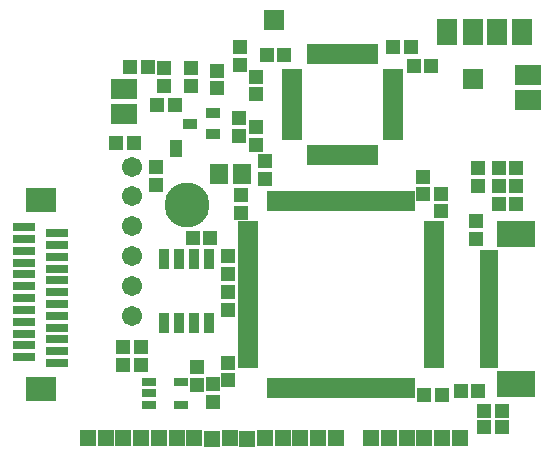
<source format=gts>
G04*
G04 Format:               Gerber RS-274X*
G04 Export Settings:      OSH Park*
G04 Layer:                TopSolderMask*
G04 This File Name:       GC_DUAL_FINAL_testffc_ADV.gts*
G04 Source File Name:     GC_DUAL_FINAL_testffc_ADV.rrb*
G04 Unique ID:            4e2d7a6f-c949-47f3-acdd-e5fe3011063f*
G04 Generated Date:       Friday, 30 March 2018 12:58:07*
G04*
G04 Created Using:        Robot Room Copper Connection v3.0.5875*
G04 Software Contact:     http://www.robotroom.com/CopperConnection/Support.aspx*
G04 License Number:       1880*
G04*
G04 Zero Suppression:     Leading*
G04 Number Precision:     2.4*
G04*
G04 Polarity:             Negative. Dark is solderable. Clear space is coating.*
G04*
%FSLAX24Y24*%
%MOIN*%
%LNTopSolderMask*%
%ADD10C,.0671*%
%ADD11C,.1498*%
%ADD12R,.006X.006*%
%ADD13R,.0553X.0553*%
%ADD14R,.0651X.0651*%
%ADD15R,.021X.0691*%
%ADD16R,.0218X.0651*%
%ADD17R,.0336X.071*%
%ADD18R,.0454X.0376*%
%ADD19R,.0454X.0454*%
%ADD20R,.0494X.0297*%
%ADD21R,.0592X.0218*%
%ADD22R,.0631X.071*%
%ADD23R,.0651X.0218*%
%ADD24R,.0691X.021*%
%ADD25R,.0703X.0887*%
%ADD26R,.073X.0257*%
%ADD27R,.0887X.0703*%
%ADD28R,.1045X.0809*%
%ADD29R,.1281X.0887*%
G36*
G01X13041Y12314D02*
X13711D01*
Y11645D01*
X13041D01*
Y12314D01*
G37*
G36*
X3283Y9955D02*
X3676D01*
Y9365D01*
X3283D01*
Y9955D01*
G37*
D10*
X1998Y4075D03*
Y5075D03*
Y6075D03*
Y7075D03*
Y9063D03*
X2003Y8075D03*
D11*
X3837Y7784D03*
D13*
X3489Y6D03*
X4079Y9D03*
X4668Y-13D03*
X5258Y9D03*
X5851Y-13D03*
X6441Y9D03*
X7029Y6D03*
X7619Y9D03*
X8212Y2D03*
X8802Y5D03*
X9981D03*
X10573Y9D03*
X11163Y5D03*
X11752Y2D03*
X12342Y5D03*
X12936Y7D03*
X1718Y6D03*
X1127D03*
X537D03*
X2899D03*
X2308D03*
D14*
X6742Y13941D03*
D15*
X6615Y1686D03*
X6811D03*
X7008D03*
X7205D03*
X7402D03*
X7599D03*
X7796D03*
X7992D03*
X8189D03*
X8386D03*
X8583D03*
X8780D03*
X8977D03*
X9174D03*
X9370D03*
X9567D03*
X9764D03*
X9961D03*
X10158D03*
X10355D03*
X10552D03*
X10748D03*
X10945D03*
X11142D03*
X11339D03*
X6615Y7907D03*
X6811D03*
X7008D03*
X7205D03*
X7402D03*
X7599D03*
X7796D03*
X7992D03*
X8189D03*
X8386D03*
X8583D03*
X8780D03*
X8977D03*
X9174D03*
X9370D03*
X9567D03*
X9764D03*
X9961D03*
X10158D03*
X10355D03*
X10552D03*
X10748D03*
X10945D03*
X11142D03*
X11339D03*
D16*
X7944Y9457D03*
X8141D03*
X8338D03*
X8535D03*
X8732D03*
X8928D03*
X9125D03*
X9322D03*
X9519D03*
X9716D03*
X9913D03*
X10109D03*
X7944Y12803D03*
X8141D03*
X8338D03*
X8535D03*
X8732D03*
X8928D03*
X9125D03*
X9322D03*
X9519D03*
X9716D03*
X9913D03*
X10109D03*
D17*
X4559Y5966D03*
X4059D03*
X3559D03*
X3059D03*
X4559Y3840D03*
X4059D03*
X3559D03*
X3059D03*
D18*
X4690Y10143D03*
X3942Y10493D03*
X4690Y10843D03*
D19*
X4702Y1209D03*
Y1799D03*
X12334Y1439D03*
X11743D03*
X5217Y2528D03*
Y1938D03*
X1700Y2457D03*
X2290D03*
X13554Y1596D03*
X12964D03*
X1702Y3046D03*
X2293D03*
X4183Y1783D03*
Y2374D03*
X5212Y4864D03*
Y4273D03*
X12315Y8158D03*
Y7568D03*
X11704Y8132D03*
Y8722D03*
X13467Y6657D03*
Y7248D03*
X5632Y7524D03*
Y8114D03*
X6428Y8643D03*
Y9234D03*
X10720Y13053D03*
X11310D03*
X5602Y12462D03*
Y13053D03*
X3082Y11754D03*
Y12344D03*
X3968Y11754D03*
Y12344D03*
X4854Y11665D03*
Y12255D03*
X2531Y12384D03*
X1940D03*
X14224Y7817D03*
X14814D03*
X14224Y8407D03*
X14814D03*
X14224Y8998D03*
X14814D03*
X13554Y8407D03*
Y8998D03*
X2805Y9045D03*
Y8454D03*
X6152Y10384D03*
Y9793D03*
X11389Y12423D03*
X11980D03*
X13751Y927D03*
X14342D03*
X13751Y370D03*
X14342D03*
X1476Y9844D03*
X2067D03*
X5212Y6084D03*
Y5494D03*
X4027Y6675D03*
X4617D03*
X6496Y12795D03*
X7087D03*
X6152Y11467D03*
Y12057D03*
X5561Y10679D03*
Y10089D03*
X2854Y11122D03*
X3445D03*
D20*
X3642Y1871D03*
Y1123D03*
X2579Y1871D03*
Y1123D03*
Y1497D03*
D21*
X13908Y2829D03*
X13909Y3025D03*
Y3222D03*
Y3419D03*
Y3616D03*
Y3813D03*
Y4010D03*
Y4206D03*
Y4403D03*
Y4600D03*
Y4797D03*
Y4994D03*
Y5191D03*
Y5388D03*
Y5584D03*
Y5781D03*
Y5978D03*
Y2632D03*
Y6175D03*
Y2435D03*
D22*
X4893Y8801D03*
X5680D03*
D23*
X10700Y10047D03*
Y10244D03*
Y10441D03*
Y10638D03*
Y10835D03*
Y11032D03*
Y11229D03*
Y11425D03*
Y11622D03*
Y11819D03*
Y12016D03*
Y12213D03*
X7354Y10047D03*
Y10244D03*
Y10441D03*
Y10638D03*
Y10835D03*
Y11032D03*
Y11229D03*
Y11425D03*
Y11622D03*
Y11819D03*
Y12016D03*
Y12213D03*
D24*
X5866Y7159D03*
Y6962D03*
Y6765D03*
Y6568D03*
Y6371D03*
Y6175D03*
Y5978D03*
Y5781D03*
Y5584D03*
Y5387D03*
Y5190D03*
Y4994D03*
Y4797D03*
Y4600D03*
Y4403D03*
Y4206D03*
Y4009D03*
Y3812D03*
Y3616D03*
Y3419D03*
Y3222D03*
Y3025D03*
Y2828D03*
Y2631D03*
Y2434D03*
X12087Y7159D03*
Y6962D03*
Y6765D03*
Y6568D03*
Y6371D03*
Y6175D03*
Y5978D03*
Y5781D03*
Y5584D03*
Y5387D03*
Y5190D03*
Y4994D03*
Y4797D03*
Y4600D03*
Y4403D03*
Y4206D03*
Y4009D03*
Y3812D03*
Y3616D03*
Y3419D03*
Y3222D03*
Y3025D03*
Y2828D03*
Y2631D03*
Y2434D03*
D25*
X12491Y13534D03*
X15011D03*
X13358D03*
X14184D03*
D26*
X-492Y2511D03*
Y2905D03*
Y3298D03*
Y3692D03*
Y4086D03*
Y4480D03*
Y4873D03*
Y5267D03*
Y5661D03*
Y6054D03*
X-1590Y2708D03*
Y3102D03*
Y3495D03*
Y3889D03*
Y4283D03*
Y4676D03*
Y5070D03*
Y5464D03*
Y5858D03*
Y6251D03*
Y6645D03*
X-492Y6448D03*
X-1590Y7039D03*
X-492Y6842D03*
D27*
X15208Y11281D03*
Y12108D03*
X1737Y11634D03*
Y10807D03*
D28*
X-1041Y1651D03*
Y7943D03*
D29*
X14802Y1798D03*
Y6812D03*
M02*

</source>
